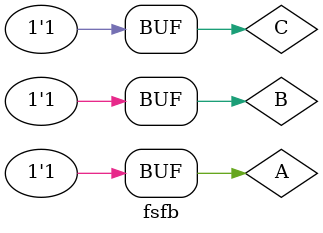
<source format=v>
`include"fsfs.v"
module fsfb;
reg A,B,C;
wire diff,carry;
fs i(diff,carry,A,B,C);

initial begin
	A=0;B=0;C=0;
#1	A=0;B=0;C=1;
#1	A=0;B=1;C=0;
#1	A=0;B=1;C=1;
#1	A=1;B=0;C=0;
#1	A=1;B=0;C=1;
#1	A=1;B=1;C=0;
#1	A=1;B=1;C=1;
end

initial begin
	$monitor("A=%d B=%d Cin=%d D=%d Cout=%d",A,B,C,diff,carry);
end
endmodule

</source>
